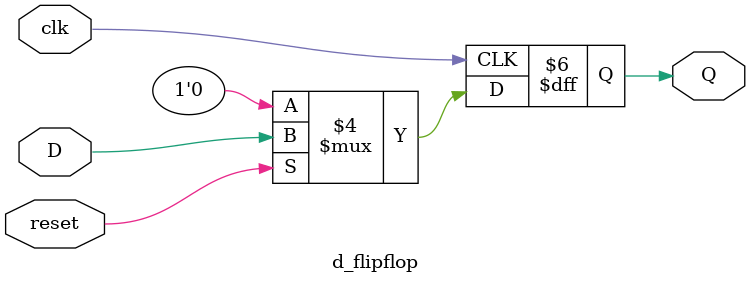
<source format=v>
`timescale 1ns / 1ps
module d_flipflop(
    input D,
    input clk,
	 input reset,
    output reg Q
    );
always @(posedge clk) 
begin
 if(reset==1'b0)
   Q <= 1'b0;
 else
   Q <= D; 
end 
endmodule 


</source>
